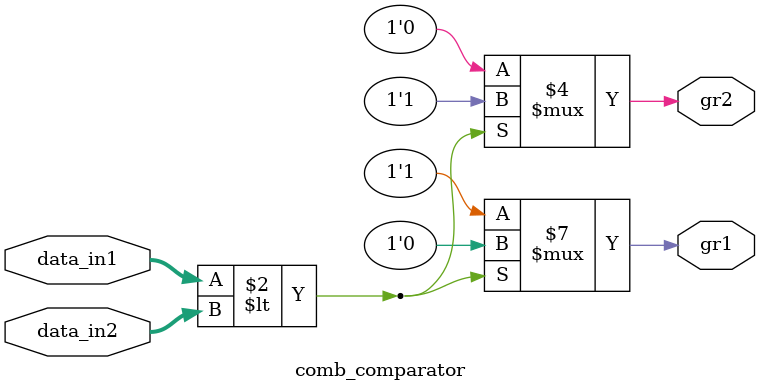
<source format=sv>
`include "timescale.v"

module comb_comparator #(
    parameter DATA_SIZE = 12
)

(
    input logic [DATA_SIZE-1:0] data_in1, data_in2,
    output logic gr1, gr2
);

always @* begin
    if(data_in1 < data_in2) begin
        gr1 = 1'b0;
        gr2 = 1'b1;
    end else begin
        gr1 = 1'b1;
        gr2 = 1'b0;
    end
end



endmodule

</source>
